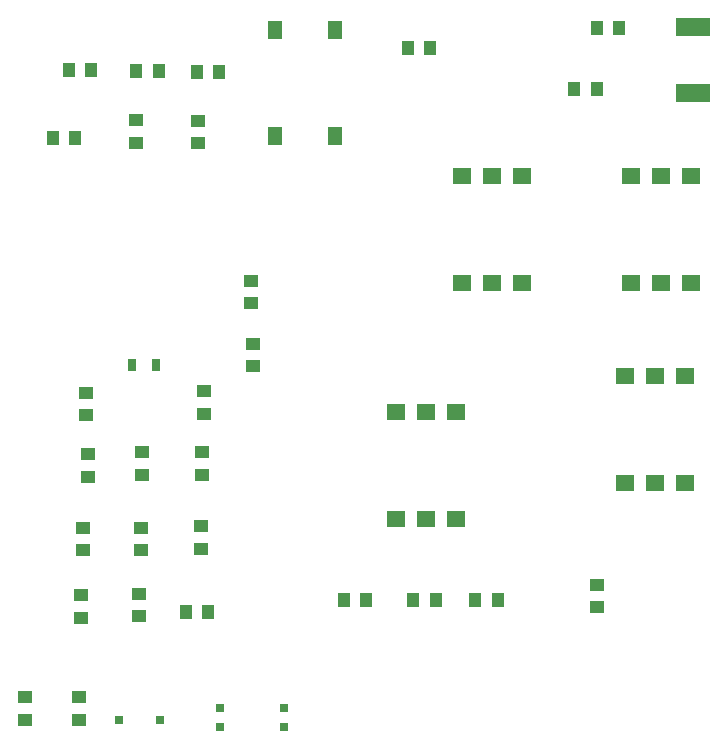
<source format=gbr>
G04 DipTrace 2.4.0.2*
%INTopPaste.gbr*%
%MOMM*%
%ADD25R,1.3X1.5*%
%ADD42R,3.0X1.6*%
%ADD43R,1.1X1.3*%
%ADD45R,0.8X1.0*%
%ADD49R,1.58X1.32*%
%ADD57R,0.7X0.7*%
%ADD60R,1.3X1.1*%
%FSLAX53Y53*%
G04*
G71*
G90*
G75*
G01*
%LNTopPaste*%
%LPD*%
D60*
X32974Y54285D3*
Y52385D3*
D25*
X44041Y84897D3*
X38941D3*
Y75897D3*
X44041D3*
D60*
X36987Y63681D3*
Y61781D3*
X23014Y54166D3*
Y52266D3*
D57*
X25752Y26512D3*
X29244D3*
X39723Y27464D3*
Y25877D3*
X34325Y27464D3*
Y25877D3*
D60*
X17813Y26512D3*
Y28412D3*
X37080Y56417D3*
Y58317D3*
D49*
X49249Y43500D3*
X51789D3*
X54329D3*
Y52549D3*
X51789D3*
X49249D3*
X68619Y46516D3*
X71159D3*
X73699D3*
Y55565D3*
X71159D3*
X68619D3*
X69095Y63504D3*
X71635D3*
X74175D3*
Y72553D3*
X71635D3*
X69095D3*
X54806Y63504D3*
X57346D3*
X59886D3*
Y72553D3*
X57346D3*
X54806D3*
D45*
X26907Y56489D3*
X28907D3*
D60*
X23147Y47075D3*
Y48975D3*
D43*
X46709Y36673D3*
X44809D3*
X57822D3*
X55922D3*
D60*
X66237Y37943D3*
Y36043D3*
D43*
X52583Y36673D3*
X50683D3*
D60*
X32832Y47233D3*
Y49133D3*
D43*
X31445Y35592D3*
X33345D3*
D60*
X27476Y37180D3*
Y35280D3*
X27752Y47233D3*
Y49133D3*
D43*
X64332Y79857D3*
X66232D3*
X52125Y83352D3*
X50225D3*
X32336Y81328D3*
X34236D3*
D60*
X32496Y75305D3*
Y77205D3*
X27634Y42737D3*
Y40837D3*
X22713Y42737D3*
Y40837D3*
X32715Y40990D3*
Y42890D3*
D43*
X22066Y75778D3*
X20166D3*
X29149Y81451D3*
X27249D3*
X23427Y81466D3*
X21527D3*
D42*
X74334Y79540D3*
Y85140D3*
D43*
X66237Y85097D3*
X68137D3*
D60*
X22554Y35116D3*
Y37016D3*
X27170Y75362D3*
Y77262D3*
X22417Y26512D3*
Y28412D3*
M02*

</source>
